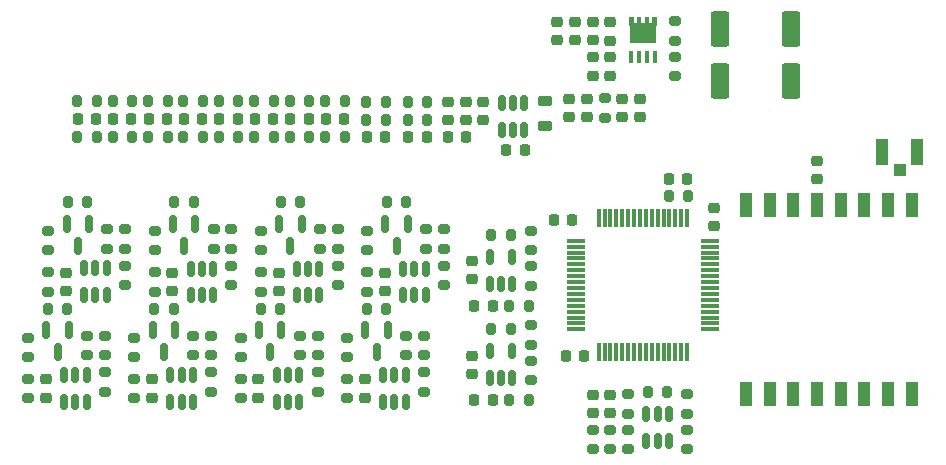
<source format=gbr>
%TF.GenerationSoftware,KiCad,Pcbnew,(6.0.6)*%
%TF.CreationDate,2022-10-17T00:56:45+02:00*%
%TF.ProjectId,Cobot,436f626f-742e-46b6-9963-61645f706362,rev?*%
%TF.SameCoordinates,Original*%
%TF.FileFunction,Paste,Top*%
%TF.FilePolarity,Positive*%
%FSLAX46Y46*%
G04 Gerber Fmt 4.6, Leading zero omitted, Abs format (unit mm)*
G04 Created by KiCad (PCBNEW (6.0.6)) date 2022-10-17 00:56:45*
%MOMM*%
%LPD*%
G01*
G04 APERTURE LIST*
G04 Aperture macros list*
%AMRoundRect*
0 Rectangle with rounded corners*
0 $1 Rounding radius*
0 $2 $3 $4 $5 $6 $7 $8 $9 X,Y pos of 4 corners*
0 Add a 4 corners polygon primitive as box body*
4,1,4,$2,$3,$4,$5,$6,$7,$8,$9,$2,$3,0*
0 Add four circle primitives for the rounded corners*
1,1,$1+$1,$2,$3*
1,1,$1+$1,$4,$5*
1,1,$1+$1,$6,$7*
1,1,$1+$1,$8,$9*
0 Add four rect primitives between the rounded corners*
20,1,$1+$1,$2,$3,$4,$5,0*
20,1,$1+$1,$4,$5,$6,$7,0*
20,1,$1+$1,$6,$7,$8,$9,0*
20,1,$1+$1,$8,$9,$2,$3,0*%
%AMFreePoly0*
4,1,21,1.372500,0.787500,0.862500,0.787500,0.862500,0.532500,1.372500,0.532500,1.372500,0.127500,0.862500,0.127500,0.862500,-0.127500,1.372500,-0.127500,1.372500,-0.532500,0.862500,-0.532500,0.862500,-0.787500,1.372500,-0.787500,1.372500,-1.195000,0.612500,-1.195000,0.612500,-1.117500,-0.862500,-1.117500,-0.862500,1.117500,0.612500,1.117500,0.612500,1.195000,1.372500,1.195000,
1.372500,0.787500,1.372500,0.787500,$1*%
G04 Aperture macros list end*
%ADD10RoundRect,0.200000X0.275000X-0.200000X0.275000X0.200000X-0.275000X0.200000X-0.275000X-0.200000X0*%
%ADD11RoundRect,0.200000X-0.275000X0.200000X-0.275000X-0.200000X0.275000X-0.200000X0.275000X0.200000X0*%
%ADD12RoundRect,0.225000X-0.250000X0.225000X-0.250000X-0.225000X0.250000X-0.225000X0.250000X0.225000X0*%
%ADD13RoundRect,0.200000X-0.200000X-0.275000X0.200000X-0.275000X0.200000X0.275000X-0.200000X0.275000X0*%
%ADD14RoundRect,0.218750X-0.256250X0.218750X-0.256250X-0.218750X0.256250X-0.218750X0.256250X0.218750X0*%
%ADD15RoundRect,0.150000X-0.150000X0.512500X-0.150000X-0.512500X0.150000X-0.512500X0.150000X0.512500X0*%
%ADD16RoundRect,0.200000X0.200000X0.275000X-0.200000X0.275000X-0.200000X-0.275000X0.200000X-0.275000X0*%
%ADD17RoundRect,0.150000X-0.150000X0.587500X-0.150000X-0.587500X0.150000X-0.587500X0.150000X0.587500X0*%
%ADD18RoundRect,0.218750X0.218750X0.256250X-0.218750X0.256250X-0.218750X-0.256250X0.218750X-0.256250X0*%
%ADD19RoundRect,0.250000X0.550000X-1.250000X0.550000X1.250000X-0.550000X1.250000X-0.550000X-1.250000X0*%
%ADD20RoundRect,0.218750X0.256250X-0.218750X0.256250X0.218750X-0.256250X0.218750X-0.256250X-0.218750X0*%
%ADD21RoundRect,0.225000X-0.225000X-0.250000X0.225000X-0.250000X0.225000X0.250000X-0.225000X0.250000X0*%
%ADD22R,1.000000X1.050000*%
%ADD23R,1.050000X2.200000*%
%ADD24RoundRect,0.225000X0.225000X0.250000X-0.225000X0.250000X-0.225000X-0.250000X0.225000X-0.250000X0*%
%ADD25RoundRect,0.150000X0.150000X-0.512500X0.150000X0.512500X-0.150000X0.512500X-0.150000X-0.512500X0*%
%ADD26R,1.000000X2.000000*%
%ADD27RoundRect,0.225000X0.250000X-0.225000X0.250000X0.225000X-0.250000X0.225000X-0.250000X-0.225000X0*%
%ADD28R,0.405000X0.990000*%
%ADD29FreePoly0,90.000000*%
%ADD30RoundRect,0.075000X-0.075000X0.700000X-0.075000X-0.700000X0.075000X-0.700000X0.075000X0.700000X0*%
%ADD31RoundRect,0.075000X-0.700000X0.075000X-0.700000X-0.075000X0.700000X-0.075000X0.700000X0.075000X0*%
%ADD32RoundRect,0.218750X0.381250X-0.218750X0.381250X0.218750X-0.381250X0.218750X-0.381250X-0.218750X0*%
G04 APERTURE END LIST*
D10*
%TO.C,R63*%
X93398892Y-149767658D03*
X93398892Y-148117658D03*
%TD*%
D11*
%TO.C,R78*%
X102398892Y-145017658D03*
X102398892Y-146667658D03*
%TD*%
D12*
%TO.C,C5*%
X134000000Y-139225000D03*
X134000000Y-140775000D03*
%TD*%
D13*
%TO.C,R28*%
X92350000Y-134200000D03*
X94000000Y-134200000D03*
%TD*%
D14*
%TO.C,F8*%
X97398892Y-148705158D03*
X97398892Y-150280158D03*
%TD*%
D15*
%TO.C,Q16*%
X82848892Y-148355158D03*
X81898892Y-148355158D03*
X80948892Y-148355158D03*
X80948892Y-150630158D03*
X81898892Y-150630158D03*
X82848892Y-150630158D03*
%TD*%
D16*
%TO.C,R6*%
X121325000Y-158825000D03*
X119675000Y-158825000D03*
%TD*%
D11*
%TO.C,R67*%
X99200000Y-154050000D03*
X99200000Y-155700000D03*
%TD*%
D17*
%TO.C,Q6*%
X72350000Y-144550000D03*
X70450000Y-144550000D03*
X71400000Y-146425000D03*
%TD*%
D10*
%TO.C,R34*%
X67200000Y-159350000D03*
X67200000Y-157700000D03*
%TD*%
D14*
%TO.C,F1*%
X68700000Y-157737500D03*
X68700000Y-159312500D03*
%TD*%
D13*
%TO.C,R81*%
X97573892Y-142742658D03*
X99223892Y-142742658D03*
%TD*%
D18*
%TO.C,D7*%
X106537500Y-159500000D03*
X104962500Y-159500000D03*
%TD*%
D15*
%TO.C,Q9*%
X91848892Y-148355158D03*
X90898892Y-148355158D03*
X89948892Y-148355158D03*
X89948892Y-150630158D03*
X90898892Y-150630158D03*
X91848892Y-150630158D03*
%TD*%
D11*
%TO.C,R65*%
X81200000Y-154050000D03*
X81200000Y-155700000D03*
%TD*%
%TO.C,R26*%
X91700000Y-154050000D03*
X91700000Y-155700000D03*
%TD*%
D19*
%TO.C,C14*%
X125750000Y-132450000D03*
X125750000Y-128050000D03*
%TD*%
D20*
%TO.C,D3*%
X102750000Y-135787500D03*
X102750000Y-134212500D03*
%TD*%
D10*
%TO.C,R13*%
X109750000Y-154825000D03*
X109750000Y-153175000D03*
%TD*%
D11*
%TO.C,R66*%
X100700000Y-154050000D03*
X100700000Y-155700000D03*
%TD*%
D12*
%TO.C,C18*%
X119000000Y-133975000D03*
X119000000Y-135525000D03*
%TD*%
D11*
%TO.C,R3*%
X118000000Y-162000000D03*
X118000000Y-163650000D03*
%TD*%
D13*
%TO.C,R43*%
X77350000Y-137200000D03*
X79000000Y-137200000D03*
%TD*%
D21*
%TO.C,C26*%
X77400000Y-135700000D03*
X78950000Y-135700000D03*
%TD*%
D10*
%TO.C,R85*%
X95898892Y-146817658D03*
X95898892Y-145167658D03*
%TD*%
D13*
%TO.C,R14*%
X95830000Y-134250000D03*
X97480000Y-134250000D03*
%TD*%
D22*
%TO.C,AE1*%
X141000000Y-140050000D03*
D23*
X139525000Y-138525000D03*
X142475000Y-138525000D03*
%TD*%
D14*
%TO.C,F3*%
X70400000Y-148700000D03*
X70400000Y-150275000D03*
%TD*%
D21*
%TO.C,C1*%
X111713408Y-144242792D03*
X113263408Y-144242792D03*
%TD*%
D10*
%TO.C,R82*%
X77898892Y-150317658D03*
X77898892Y-148667658D03*
%TD*%
D24*
%TO.C,C25*%
X90950000Y-135700000D03*
X89400000Y-135700000D03*
%TD*%
D18*
%TO.C,D6*%
X106537500Y-151500000D03*
X104962500Y-151500000D03*
%TD*%
D11*
%TO.C,R51*%
X91898892Y-145017658D03*
X91898892Y-146667658D03*
%TD*%
D10*
%TO.C,R20*%
X109750000Y-149825000D03*
X109750000Y-148175000D03*
%TD*%
D14*
%TO.C,D2*%
X116500000Y-159037500D03*
X116500000Y-160612500D03*
%TD*%
D25*
%TO.C,U6*%
X106300000Y-157637500D03*
X107250000Y-157637500D03*
X108200000Y-157637500D03*
X108200000Y-155362500D03*
X106300000Y-155362500D03*
%TD*%
D10*
%TO.C,R71*%
X76200000Y-155850000D03*
X76200000Y-154200000D03*
%TD*%
D15*
%TO.C,Q8*%
X73850000Y-148350000D03*
X72900000Y-148350000D03*
X71950000Y-148350000D03*
X71950000Y-150625000D03*
X72900000Y-150625000D03*
X73850000Y-150625000D03*
%TD*%
%TO.C,Q4*%
X72150000Y-157387500D03*
X71200000Y-157387500D03*
X70250000Y-157387500D03*
X70250000Y-159662500D03*
X71200000Y-159662500D03*
X72150000Y-159662500D03*
%TD*%
D11*
%TO.C,R76*%
X84398892Y-145017658D03*
X84398892Y-146667658D03*
%TD*%
%TO.C,R4*%
X115000000Y-161985000D03*
X115000000Y-163635000D03*
%TD*%
D10*
%TO.C,R72*%
X94200000Y-159350000D03*
X94200000Y-157700000D03*
%TD*%
D21*
%TO.C,C11*%
X107699575Y-138341384D03*
X109249575Y-138341384D03*
%TD*%
D10*
%TO.C,R61*%
X86898892Y-146817658D03*
X86898892Y-145167658D03*
%TD*%
D17*
%TO.C,Q14*%
X81348892Y-144555158D03*
X79448892Y-144555158D03*
X80398892Y-146430158D03*
%TD*%
D26*
%TO.C,U3*%
X128000000Y-159000000D03*
X130000000Y-159000000D03*
X132000000Y-159000000D03*
X134000000Y-159000000D03*
X136000000Y-159000000D03*
X138000000Y-159000000D03*
X140000000Y-159000000D03*
X142000000Y-159000000D03*
X142000000Y-143000000D03*
X140000000Y-143000000D03*
X138000000Y-143000000D03*
X136000000Y-143000000D03*
X134000000Y-143000000D03*
X132000000Y-143000000D03*
X130000000Y-143000000D03*
X128000000Y-143000000D03*
%TD*%
D27*
%TO.C,C6*%
X104250000Y-135775000D03*
X104250000Y-134225000D03*
%TD*%
D13*
%TO.C,R31*%
X80350000Y-137200000D03*
X82000000Y-137200000D03*
%TD*%
D11*
%TO.C,R24*%
X73700000Y-154050000D03*
X73700000Y-155700000D03*
%TD*%
D13*
%TO.C,R53*%
X88573892Y-142742658D03*
X90223892Y-142742658D03*
%TD*%
D21*
%TO.C,C30*%
X71400000Y-135700000D03*
X72950000Y-135700000D03*
%TD*%
D28*
%TO.C,Q1*%
X118260000Y-130435000D03*
X118920000Y-130435000D03*
X119580000Y-130435000D03*
X120240000Y-130435000D03*
D29*
X119250000Y-128442500D03*
%TD*%
D21*
%TO.C,C24*%
X80400000Y-135700000D03*
X81950000Y-135700000D03*
%TD*%
D15*
%TO.C,U4*%
X109200000Y-134362500D03*
X108250000Y-134362500D03*
X107300000Y-134362500D03*
X107300000Y-136637500D03*
X108250000Y-136637500D03*
X109200000Y-136637500D03*
%TD*%
D14*
%TO.C,F2*%
X86700000Y-157737500D03*
X86700000Y-159312500D03*
%TD*%
D13*
%TO.C,R69*%
X95875000Y-151775000D03*
X97525000Y-151775000D03*
%TD*%
D17*
%TO.C,Q15*%
X99348892Y-144555158D03*
X97448892Y-144555158D03*
X98398892Y-146430158D03*
%TD*%
D12*
%TO.C,C20*%
X104750000Y-147725000D03*
X104750000Y-149275000D03*
%TD*%
D30*
%TO.C,U1*%
X123000000Y-144075000D03*
X122500000Y-144075000D03*
X122000000Y-144075000D03*
X121500000Y-144075000D03*
X121000000Y-144075000D03*
X120500000Y-144075000D03*
X120000000Y-144075000D03*
X119500000Y-144075000D03*
X119000000Y-144075000D03*
X118500000Y-144075000D03*
X118000000Y-144075000D03*
X117500000Y-144075000D03*
X117000000Y-144075000D03*
X116500000Y-144075000D03*
X116000000Y-144075000D03*
X115500000Y-144075000D03*
D31*
X113575000Y-146000000D03*
X113575000Y-146500000D03*
X113575000Y-147000000D03*
X113575000Y-147500000D03*
X113575000Y-148000000D03*
X113575000Y-148500000D03*
X113575000Y-149000000D03*
X113575000Y-149500000D03*
X113575000Y-150000000D03*
X113575000Y-150500000D03*
X113575000Y-151000000D03*
X113575000Y-151500000D03*
X113575000Y-152000000D03*
X113575000Y-152500000D03*
X113575000Y-153000000D03*
X113575000Y-153500000D03*
D30*
X115500000Y-155425000D03*
X116000000Y-155425000D03*
X116500000Y-155425000D03*
X117000000Y-155425000D03*
X117500000Y-155425000D03*
X118000000Y-155425000D03*
X118500000Y-155425000D03*
X119000000Y-155425000D03*
X119500000Y-155425000D03*
X120000000Y-155425000D03*
X120500000Y-155425000D03*
X121000000Y-155425000D03*
X121500000Y-155425000D03*
X122000000Y-155425000D03*
X122500000Y-155425000D03*
X123000000Y-155425000D03*
D31*
X124925000Y-153500000D03*
X124925000Y-153000000D03*
X124925000Y-152500000D03*
X124925000Y-152000000D03*
X124925000Y-151500000D03*
X124925000Y-151000000D03*
X124925000Y-150500000D03*
X124925000Y-150000000D03*
X124925000Y-149500000D03*
X124925000Y-149000000D03*
X124925000Y-148500000D03*
X124925000Y-148000000D03*
X124925000Y-147500000D03*
X124925000Y-147000000D03*
X124925000Y-146500000D03*
X124925000Y-146000000D03*
%TD*%
D21*
%TO.C,C28*%
X74400000Y-135700000D03*
X75950000Y-135700000D03*
%TD*%
D10*
%TO.C,R58*%
X68900000Y-150312500D03*
X68900000Y-148662500D03*
%TD*%
%TO.C,R10*%
X122000000Y-129075000D03*
X122000000Y-127425000D03*
%TD*%
D15*
%TO.C,Q5*%
X90150000Y-157387500D03*
X89200000Y-157387500D03*
X88250000Y-157387500D03*
X88250000Y-159662500D03*
X89200000Y-159662500D03*
X90150000Y-159662500D03*
%TD*%
D14*
%TO.C,L2*%
X117500000Y-133962500D03*
X117500000Y-135537500D03*
%TD*%
D13*
%TO.C,R52*%
X70575000Y-142737500D03*
X72225000Y-142737500D03*
%TD*%
D11*
%TO.C,R8*%
X123000000Y-159000000D03*
X123000000Y-160650000D03*
%TD*%
D13*
%TO.C,R54*%
X83350000Y-134200000D03*
X85000000Y-134200000D03*
%TD*%
D10*
%TO.C,R84*%
X95898892Y-150317658D03*
X95898892Y-148667658D03*
%TD*%
D13*
%TO.C,R33*%
X86875000Y-151775000D03*
X88525000Y-151775000D03*
%TD*%
D12*
%TO.C,C21*%
X104750000Y-155725000D03*
X104750000Y-157275000D03*
%TD*%
D16*
%TO.C,R15*%
X97480000Y-135750000D03*
X95830000Y-135750000D03*
%TD*%
D11*
%TO.C,R77*%
X82898892Y-145017658D03*
X82898892Y-146667658D03*
%TD*%
D17*
%TO.C,Q7*%
X90348892Y-144555158D03*
X88448892Y-144555158D03*
X89398892Y-146430158D03*
%TD*%
D10*
%TO.C,R75*%
X100700000Y-158800000D03*
X100700000Y-157150000D03*
%TD*%
D13*
%TO.C,R47*%
X74350000Y-137200000D03*
X76000000Y-137200000D03*
%TD*%
%TO.C,R57*%
X71350000Y-137200000D03*
X73000000Y-137200000D03*
%TD*%
D14*
%TO.C,F6*%
X95700000Y-157737500D03*
X95700000Y-159312500D03*
%TD*%
D16*
%TO.C,R45*%
X88000000Y-137200000D03*
X86350000Y-137200000D03*
%TD*%
D11*
%TO.C,R27*%
X90200000Y-154050000D03*
X90200000Y-155700000D03*
%TD*%
D13*
%TO.C,R80*%
X79573892Y-142742658D03*
X81223892Y-142742658D03*
%TD*%
D12*
%TO.C,C16*%
X116500000Y-130475000D03*
X116500000Y-132025000D03*
%TD*%
D14*
%TO.C,F5*%
X77700000Y-157737500D03*
X77700000Y-159312500D03*
%TD*%
D11*
%TO.C,R25*%
X72200000Y-154050000D03*
X72200000Y-155700000D03*
%TD*%
D12*
%TO.C,C12*%
X114500000Y-133975000D03*
X114500000Y-135525000D03*
%TD*%
D15*
%TO.C,Q12*%
X81150000Y-157387500D03*
X80200000Y-157387500D03*
X79250000Y-157387500D03*
X79250000Y-159662500D03*
X80200000Y-159662500D03*
X81150000Y-159662500D03*
%TD*%
D11*
%TO.C,R48*%
X75400000Y-145012500D03*
X75400000Y-146662500D03*
%TD*%
D10*
%TO.C,R59*%
X68900000Y-146812500D03*
X68900000Y-145162500D03*
%TD*%
%TO.C,R73*%
X94200000Y-155850000D03*
X94200000Y-154200000D03*
%TD*%
%TO.C,R36*%
X85200000Y-159350000D03*
X85200000Y-157700000D03*
%TD*%
D12*
%TO.C,C10*%
X115000000Y-127475000D03*
X115000000Y-129025000D03*
%TD*%
D16*
%TO.C,R23*%
X108075000Y-153500000D03*
X106425000Y-153500000D03*
%TD*%
D10*
%TO.C,R11*%
X116000000Y-135575000D03*
X116000000Y-133925000D03*
%TD*%
%TO.C,R62*%
X75400000Y-149762500D03*
X75400000Y-148112500D03*
%TD*%
D25*
%TO.C,U5*%
X106300000Y-149637500D03*
X107250000Y-149637500D03*
X108200000Y-149637500D03*
X108200000Y-147362500D03*
X106300000Y-147362500D03*
%TD*%
D15*
%TO.C,U2*%
X121450000Y-160687500D03*
X120500000Y-160687500D03*
X119550000Y-160687500D03*
X119550000Y-162962500D03*
X120500000Y-162962500D03*
X121450000Y-162962500D03*
%TD*%
D12*
%TO.C,C13*%
X113000000Y-133975000D03*
X113000000Y-135525000D03*
%TD*%
D10*
%TO.C,R37*%
X85200000Y-155850000D03*
X85200000Y-154200000D03*
%TD*%
%TO.C,R74*%
X82700000Y-158800000D03*
X82700000Y-157150000D03*
%TD*%
D11*
%TO.C,R79*%
X100898892Y-145017658D03*
X100898892Y-146667658D03*
%TD*%
D27*
%TO.C,C8*%
X105750000Y-135775000D03*
X105750000Y-134225000D03*
%TD*%
D17*
%TO.C,Q3*%
X88650000Y-153587500D03*
X86750000Y-153587500D03*
X87700000Y-155462500D03*
%TD*%
D24*
%TO.C,C27*%
X87950000Y-135700000D03*
X86400000Y-135700000D03*
%TD*%
D10*
%TO.C,R38*%
X73700000Y-158800000D03*
X73700000Y-157150000D03*
%TD*%
%TO.C,R35*%
X67200000Y-155850000D03*
X67200000Y-154200000D03*
%TD*%
D13*
%TO.C,R19*%
X99330000Y-135750000D03*
X100980000Y-135750000D03*
%TD*%
D16*
%TO.C,R29*%
X94000000Y-137200000D03*
X92350000Y-137200000D03*
%TD*%
D10*
%TO.C,R87*%
X102398892Y-149767658D03*
X102398892Y-148117658D03*
%TD*%
D16*
%TO.C,R55*%
X85000000Y-137200000D03*
X83350000Y-137200000D03*
%TD*%
D13*
%TO.C,R40*%
X89350000Y-134200000D03*
X91000000Y-134200000D03*
%TD*%
D11*
%TO.C,R5*%
X116500000Y-162000000D03*
X116500000Y-163650000D03*
%TD*%
D27*
%TO.C,C9*%
X113500000Y-129025000D03*
X113500000Y-127475000D03*
%TD*%
D10*
%TO.C,R9*%
X122000000Y-132075000D03*
X122000000Y-130425000D03*
%TD*%
D19*
%TO.C,C15*%
X131750000Y-132450000D03*
X131750000Y-128050000D03*
%TD*%
D21*
%TO.C,C4*%
X121475000Y-140750000D03*
X123025000Y-140750000D03*
%TD*%
D14*
%TO.C,D1*%
X115000000Y-159037500D03*
X115000000Y-160612500D03*
%TD*%
D10*
%TO.C,R70*%
X76200000Y-159350000D03*
X76200000Y-157700000D03*
%TD*%
D24*
%TO.C,C19*%
X97430000Y-137250000D03*
X95880000Y-137250000D03*
%TD*%
D10*
%TO.C,R39*%
X91700000Y-158800000D03*
X91700000Y-157150000D03*
%TD*%
%TO.C,R86*%
X84398892Y-149767658D03*
X84398892Y-148117658D03*
%TD*%
D32*
%TO.C,L1*%
X111000000Y-136312500D03*
X111000000Y-134187500D03*
%TD*%
D10*
%TO.C,R60*%
X86898892Y-150317658D03*
X86898892Y-148667658D03*
%TD*%
D21*
%TO.C,C22*%
X99380000Y-137250000D03*
X100930000Y-137250000D03*
%TD*%
D27*
%TO.C,C2*%
X125250000Y-144775000D03*
X125250000Y-143225000D03*
%TD*%
D24*
%TO.C,C3*%
X114275000Y-155750000D03*
X112725000Y-155750000D03*
%TD*%
D18*
%TO.C,D4*%
X104287500Y-137250000D03*
X102712500Y-137250000D03*
%TD*%
D17*
%TO.C,Q10*%
X79650000Y-153587500D03*
X77750000Y-153587500D03*
X78700000Y-155462500D03*
%TD*%
D13*
%TO.C,R44*%
X86350000Y-134200000D03*
X88000000Y-134200000D03*
%TD*%
D11*
%TO.C,R64*%
X82700000Y-154050000D03*
X82700000Y-155700000D03*
%TD*%
D16*
%TO.C,R16*%
X109575000Y-151500000D03*
X107925000Y-151500000D03*
%TD*%
D14*
%TO.C,F7*%
X79398892Y-148705158D03*
X79398892Y-150280158D03*
%TD*%
D13*
%TO.C,R68*%
X77875000Y-151775000D03*
X79525000Y-151775000D03*
%TD*%
D24*
%TO.C,C29*%
X84950000Y-135700000D03*
X83400000Y-135700000D03*
%TD*%
D11*
%TO.C,R49*%
X73900000Y-145012500D03*
X73900000Y-146662500D03*
%TD*%
D17*
%TO.C,Q2*%
X70650000Y-153587500D03*
X68750000Y-153587500D03*
X69700000Y-155462500D03*
%TD*%
D13*
%TO.C,R1*%
X121425000Y-142250000D03*
X123075000Y-142250000D03*
%TD*%
D15*
%TO.C,Q13*%
X99150000Y-157387500D03*
X98200000Y-157387500D03*
X97250000Y-157387500D03*
X97250000Y-159662500D03*
X98200000Y-159662500D03*
X99150000Y-159662500D03*
%TD*%
D14*
%TO.C,F4*%
X88398892Y-148705158D03*
X88398892Y-150280158D03*
%TD*%
D16*
%TO.C,R41*%
X91000000Y-137200000D03*
X89350000Y-137200000D03*
%TD*%
%TO.C,R18*%
X100980000Y-134250000D03*
X99330000Y-134250000D03*
%TD*%
D27*
%TO.C,C7*%
X112000000Y-129025000D03*
X112000000Y-127475000D03*
%TD*%
D16*
%TO.C,R56*%
X73000000Y-134200000D03*
X71350000Y-134200000D03*
%TD*%
%TO.C,R21*%
X108075000Y-145500000D03*
X106425000Y-145500000D03*
%TD*%
D12*
%TO.C,C17*%
X115000000Y-130475000D03*
X115000000Y-132025000D03*
%TD*%
D13*
%TO.C,R32*%
X68875000Y-151775000D03*
X70525000Y-151775000D03*
%TD*%
D11*
%TO.C,R2*%
X123000000Y-162000000D03*
X123000000Y-163650000D03*
%TD*%
D16*
%TO.C,R17*%
X109575000Y-159500000D03*
X107925000Y-159500000D03*
%TD*%
%TO.C,R30*%
X82000000Y-134200000D03*
X80350000Y-134200000D03*
%TD*%
%TO.C,R46*%
X76000000Y-134200000D03*
X74350000Y-134200000D03*
%TD*%
D10*
%TO.C,R22*%
X109750000Y-157825000D03*
X109750000Y-156175000D03*
%TD*%
D16*
%TO.C,R42*%
X79000000Y-134200000D03*
X77350000Y-134200000D03*
%TD*%
D24*
%TO.C,C23*%
X93950000Y-135700000D03*
X92400000Y-135700000D03*
%TD*%
D11*
%TO.C,R50*%
X93398892Y-145017658D03*
X93398892Y-146667658D03*
%TD*%
%TO.C,R7*%
X118000000Y-159000000D03*
X118000000Y-160650000D03*
%TD*%
D10*
%TO.C,R12*%
X109750000Y-146825000D03*
X109750000Y-145175000D03*
%TD*%
%TO.C,R83*%
X77898892Y-146817658D03*
X77898892Y-145167658D03*
%TD*%
D17*
%TO.C,Q11*%
X97650000Y-153587500D03*
X95750000Y-153587500D03*
X96700000Y-155462500D03*
%TD*%
D14*
%TO.C,D5*%
X116500000Y-127500000D03*
X116500000Y-129075000D03*
%TD*%
D15*
%TO.C,Q17*%
X100848892Y-148355158D03*
X99898892Y-148355158D03*
X98948892Y-148355158D03*
X98948892Y-150630158D03*
X99898892Y-150630158D03*
X100848892Y-150630158D03*
%TD*%
M02*

</source>
